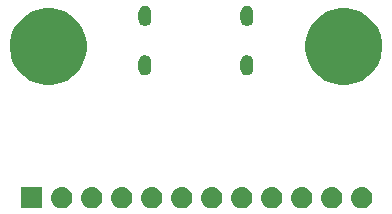
<source format=gbr>
G04 #@! TF.GenerationSoftware,KiCad,Pcbnew,(5.1.2-1)-1*
G04 #@! TF.CreationDate,2020-04-25T00:14:51+02:00*
G04 #@! TF.ProjectId,USB-C-USB-2.0,5553422d-432d-4555-9342-2d322e302e6b,rev?*
G04 #@! TF.SameCoordinates,Original*
G04 #@! TF.FileFunction,Soldermask,Bot*
G04 #@! TF.FilePolarity,Negative*
%FSLAX46Y46*%
G04 Gerber Fmt 4.6, Leading zero omitted, Abs format (unit mm)*
G04 Created by KiCad (PCBNEW (5.1.2-1)-1) date 2020-04-25 00:14:51*
%MOMM*%
%LPD*%
G04 APERTURE LIST*
%ADD10C,0.100000*%
G04 APERTURE END LIST*
D10*
G36*
X68450442Y-76305518D02*
G01*
X68516627Y-76312037D01*
X68686466Y-76363557D01*
X68842991Y-76447222D01*
X68878729Y-76476552D01*
X68980186Y-76559814D01*
X69063448Y-76661271D01*
X69092778Y-76697009D01*
X69176443Y-76853534D01*
X69227963Y-77023373D01*
X69245359Y-77200000D01*
X69227963Y-77376627D01*
X69176443Y-77546466D01*
X69092778Y-77702991D01*
X69063448Y-77738729D01*
X68980186Y-77840186D01*
X68878729Y-77923448D01*
X68842991Y-77952778D01*
X68686466Y-78036443D01*
X68516627Y-78087963D01*
X68450443Y-78094481D01*
X68384260Y-78101000D01*
X68295740Y-78101000D01*
X68229557Y-78094481D01*
X68163373Y-78087963D01*
X67993534Y-78036443D01*
X67837009Y-77952778D01*
X67801271Y-77923448D01*
X67699814Y-77840186D01*
X67616552Y-77738729D01*
X67587222Y-77702991D01*
X67503557Y-77546466D01*
X67452037Y-77376627D01*
X67434641Y-77200000D01*
X67452037Y-77023373D01*
X67503557Y-76853534D01*
X67587222Y-76697009D01*
X67616552Y-76661271D01*
X67699814Y-76559814D01*
X67801271Y-76476552D01*
X67837009Y-76447222D01*
X67993534Y-76363557D01*
X68163373Y-76312037D01*
X68229558Y-76305518D01*
X68295740Y-76299000D01*
X68384260Y-76299000D01*
X68450442Y-76305518D01*
X68450442Y-76305518D01*
G37*
G36*
X65910442Y-76305518D02*
G01*
X65976627Y-76312037D01*
X66146466Y-76363557D01*
X66302991Y-76447222D01*
X66338729Y-76476552D01*
X66440186Y-76559814D01*
X66523448Y-76661271D01*
X66552778Y-76697009D01*
X66636443Y-76853534D01*
X66687963Y-77023373D01*
X66705359Y-77200000D01*
X66687963Y-77376627D01*
X66636443Y-77546466D01*
X66552778Y-77702991D01*
X66523448Y-77738729D01*
X66440186Y-77840186D01*
X66338729Y-77923448D01*
X66302991Y-77952778D01*
X66146466Y-78036443D01*
X65976627Y-78087963D01*
X65910443Y-78094481D01*
X65844260Y-78101000D01*
X65755740Y-78101000D01*
X65689557Y-78094481D01*
X65623373Y-78087963D01*
X65453534Y-78036443D01*
X65297009Y-77952778D01*
X65261271Y-77923448D01*
X65159814Y-77840186D01*
X65076552Y-77738729D01*
X65047222Y-77702991D01*
X64963557Y-77546466D01*
X64912037Y-77376627D01*
X64894641Y-77200000D01*
X64912037Y-77023373D01*
X64963557Y-76853534D01*
X65047222Y-76697009D01*
X65076552Y-76661271D01*
X65159814Y-76559814D01*
X65261271Y-76476552D01*
X65297009Y-76447222D01*
X65453534Y-76363557D01*
X65623373Y-76312037D01*
X65689558Y-76305518D01*
X65755740Y-76299000D01*
X65844260Y-76299000D01*
X65910442Y-76305518D01*
X65910442Y-76305518D01*
G37*
G36*
X63370442Y-76305518D02*
G01*
X63436627Y-76312037D01*
X63606466Y-76363557D01*
X63762991Y-76447222D01*
X63798729Y-76476552D01*
X63900186Y-76559814D01*
X63983448Y-76661271D01*
X64012778Y-76697009D01*
X64096443Y-76853534D01*
X64147963Y-77023373D01*
X64165359Y-77200000D01*
X64147963Y-77376627D01*
X64096443Y-77546466D01*
X64012778Y-77702991D01*
X63983448Y-77738729D01*
X63900186Y-77840186D01*
X63798729Y-77923448D01*
X63762991Y-77952778D01*
X63606466Y-78036443D01*
X63436627Y-78087963D01*
X63370443Y-78094481D01*
X63304260Y-78101000D01*
X63215740Y-78101000D01*
X63149557Y-78094481D01*
X63083373Y-78087963D01*
X62913534Y-78036443D01*
X62757009Y-77952778D01*
X62721271Y-77923448D01*
X62619814Y-77840186D01*
X62536552Y-77738729D01*
X62507222Y-77702991D01*
X62423557Y-77546466D01*
X62372037Y-77376627D01*
X62354641Y-77200000D01*
X62372037Y-77023373D01*
X62423557Y-76853534D01*
X62507222Y-76697009D01*
X62536552Y-76661271D01*
X62619814Y-76559814D01*
X62721271Y-76476552D01*
X62757009Y-76447222D01*
X62913534Y-76363557D01*
X63083373Y-76312037D01*
X63149558Y-76305518D01*
X63215740Y-76299000D01*
X63304260Y-76299000D01*
X63370442Y-76305518D01*
X63370442Y-76305518D01*
G37*
G36*
X60830442Y-76305518D02*
G01*
X60896627Y-76312037D01*
X61066466Y-76363557D01*
X61222991Y-76447222D01*
X61258729Y-76476552D01*
X61360186Y-76559814D01*
X61443448Y-76661271D01*
X61472778Y-76697009D01*
X61556443Y-76853534D01*
X61607963Y-77023373D01*
X61625359Y-77200000D01*
X61607963Y-77376627D01*
X61556443Y-77546466D01*
X61472778Y-77702991D01*
X61443448Y-77738729D01*
X61360186Y-77840186D01*
X61258729Y-77923448D01*
X61222991Y-77952778D01*
X61066466Y-78036443D01*
X60896627Y-78087963D01*
X60830443Y-78094481D01*
X60764260Y-78101000D01*
X60675740Y-78101000D01*
X60609557Y-78094481D01*
X60543373Y-78087963D01*
X60373534Y-78036443D01*
X60217009Y-77952778D01*
X60181271Y-77923448D01*
X60079814Y-77840186D01*
X59996552Y-77738729D01*
X59967222Y-77702991D01*
X59883557Y-77546466D01*
X59832037Y-77376627D01*
X59814641Y-77200000D01*
X59832037Y-77023373D01*
X59883557Y-76853534D01*
X59967222Y-76697009D01*
X59996552Y-76661271D01*
X60079814Y-76559814D01*
X60181271Y-76476552D01*
X60217009Y-76447222D01*
X60373534Y-76363557D01*
X60543373Y-76312037D01*
X60609558Y-76305518D01*
X60675740Y-76299000D01*
X60764260Y-76299000D01*
X60830442Y-76305518D01*
X60830442Y-76305518D01*
G37*
G36*
X58290442Y-76305518D02*
G01*
X58356627Y-76312037D01*
X58526466Y-76363557D01*
X58682991Y-76447222D01*
X58718729Y-76476552D01*
X58820186Y-76559814D01*
X58903448Y-76661271D01*
X58932778Y-76697009D01*
X59016443Y-76853534D01*
X59067963Y-77023373D01*
X59085359Y-77200000D01*
X59067963Y-77376627D01*
X59016443Y-77546466D01*
X58932778Y-77702991D01*
X58903448Y-77738729D01*
X58820186Y-77840186D01*
X58718729Y-77923448D01*
X58682991Y-77952778D01*
X58526466Y-78036443D01*
X58356627Y-78087963D01*
X58290443Y-78094481D01*
X58224260Y-78101000D01*
X58135740Y-78101000D01*
X58069557Y-78094481D01*
X58003373Y-78087963D01*
X57833534Y-78036443D01*
X57677009Y-77952778D01*
X57641271Y-77923448D01*
X57539814Y-77840186D01*
X57456552Y-77738729D01*
X57427222Y-77702991D01*
X57343557Y-77546466D01*
X57292037Y-77376627D01*
X57274641Y-77200000D01*
X57292037Y-77023373D01*
X57343557Y-76853534D01*
X57427222Y-76697009D01*
X57456552Y-76661271D01*
X57539814Y-76559814D01*
X57641271Y-76476552D01*
X57677009Y-76447222D01*
X57833534Y-76363557D01*
X58003373Y-76312037D01*
X58069558Y-76305518D01*
X58135740Y-76299000D01*
X58224260Y-76299000D01*
X58290442Y-76305518D01*
X58290442Y-76305518D01*
G37*
G36*
X55750442Y-76305518D02*
G01*
X55816627Y-76312037D01*
X55986466Y-76363557D01*
X56142991Y-76447222D01*
X56178729Y-76476552D01*
X56280186Y-76559814D01*
X56363448Y-76661271D01*
X56392778Y-76697009D01*
X56476443Y-76853534D01*
X56527963Y-77023373D01*
X56545359Y-77200000D01*
X56527963Y-77376627D01*
X56476443Y-77546466D01*
X56392778Y-77702991D01*
X56363448Y-77738729D01*
X56280186Y-77840186D01*
X56178729Y-77923448D01*
X56142991Y-77952778D01*
X55986466Y-78036443D01*
X55816627Y-78087963D01*
X55750443Y-78094481D01*
X55684260Y-78101000D01*
X55595740Y-78101000D01*
X55529557Y-78094481D01*
X55463373Y-78087963D01*
X55293534Y-78036443D01*
X55137009Y-77952778D01*
X55101271Y-77923448D01*
X54999814Y-77840186D01*
X54916552Y-77738729D01*
X54887222Y-77702991D01*
X54803557Y-77546466D01*
X54752037Y-77376627D01*
X54734641Y-77200000D01*
X54752037Y-77023373D01*
X54803557Y-76853534D01*
X54887222Y-76697009D01*
X54916552Y-76661271D01*
X54999814Y-76559814D01*
X55101271Y-76476552D01*
X55137009Y-76447222D01*
X55293534Y-76363557D01*
X55463373Y-76312037D01*
X55529558Y-76305518D01*
X55595740Y-76299000D01*
X55684260Y-76299000D01*
X55750442Y-76305518D01*
X55750442Y-76305518D01*
G37*
G36*
X53210442Y-76305518D02*
G01*
X53276627Y-76312037D01*
X53446466Y-76363557D01*
X53602991Y-76447222D01*
X53638729Y-76476552D01*
X53740186Y-76559814D01*
X53823448Y-76661271D01*
X53852778Y-76697009D01*
X53936443Y-76853534D01*
X53987963Y-77023373D01*
X54005359Y-77200000D01*
X53987963Y-77376627D01*
X53936443Y-77546466D01*
X53852778Y-77702991D01*
X53823448Y-77738729D01*
X53740186Y-77840186D01*
X53638729Y-77923448D01*
X53602991Y-77952778D01*
X53446466Y-78036443D01*
X53276627Y-78087963D01*
X53210443Y-78094481D01*
X53144260Y-78101000D01*
X53055740Y-78101000D01*
X52989557Y-78094481D01*
X52923373Y-78087963D01*
X52753534Y-78036443D01*
X52597009Y-77952778D01*
X52561271Y-77923448D01*
X52459814Y-77840186D01*
X52376552Y-77738729D01*
X52347222Y-77702991D01*
X52263557Y-77546466D01*
X52212037Y-77376627D01*
X52194641Y-77200000D01*
X52212037Y-77023373D01*
X52263557Y-76853534D01*
X52347222Y-76697009D01*
X52376552Y-76661271D01*
X52459814Y-76559814D01*
X52561271Y-76476552D01*
X52597009Y-76447222D01*
X52753534Y-76363557D01*
X52923373Y-76312037D01*
X52989558Y-76305518D01*
X53055740Y-76299000D01*
X53144260Y-76299000D01*
X53210442Y-76305518D01*
X53210442Y-76305518D01*
G37*
G36*
X50670442Y-76305518D02*
G01*
X50736627Y-76312037D01*
X50906466Y-76363557D01*
X51062991Y-76447222D01*
X51098729Y-76476552D01*
X51200186Y-76559814D01*
X51283448Y-76661271D01*
X51312778Y-76697009D01*
X51396443Y-76853534D01*
X51447963Y-77023373D01*
X51465359Y-77200000D01*
X51447963Y-77376627D01*
X51396443Y-77546466D01*
X51312778Y-77702991D01*
X51283448Y-77738729D01*
X51200186Y-77840186D01*
X51098729Y-77923448D01*
X51062991Y-77952778D01*
X50906466Y-78036443D01*
X50736627Y-78087963D01*
X50670443Y-78094481D01*
X50604260Y-78101000D01*
X50515740Y-78101000D01*
X50449557Y-78094481D01*
X50383373Y-78087963D01*
X50213534Y-78036443D01*
X50057009Y-77952778D01*
X50021271Y-77923448D01*
X49919814Y-77840186D01*
X49836552Y-77738729D01*
X49807222Y-77702991D01*
X49723557Y-77546466D01*
X49672037Y-77376627D01*
X49654641Y-77200000D01*
X49672037Y-77023373D01*
X49723557Y-76853534D01*
X49807222Y-76697009D01*
X49836552Y-76661271D01*
X49919814Y-76559814D01*
X50021271Y-76476552D01*
X50057009Y-76447222D01*
X50213534Y-76363557D01*
X50383373Y-76312037D01*
X50449558Y-76305518D01*
X50515740Y-76299000D01*
X50604260Y-76299000D01*
X50670442Y-76305518D01*
X50670442Y-76305518D01*
G37*
G36*
X48130442Y-76305518D02*
G01*
X48196627Y-76312037D01*
X48366466Y-76363557D01*
X48522991Y-76447222D01*
X48558729Y-76476552D01*
X48660186Y-76559814D01*
X48743448Y-76661271D01*
X48772778Y-76697009D01*
X48856443Y-76853534D01*
X48907963Y-77023373D01*
X48925359Y-77200000D01*
X48907963Y-77376627D01*
X48856443Y-77546466D01*
X48772778Y-77702991D01*
X48743448Y-77738729D01*
X48660186Y-77840186D01*
X48558729Y-77923448D01*
X48522991Y-77952778D01*
X48366466Y-78036443D01*
X48196627Y-78087963D01*
X48130443Y-78094481D01*
X48064260Y-78101000D01*
X47975740Y-78101000D01*
X47909557Y-78094481D01*
X47843373Y-78087963D01*
X47673534Y-78036443D01*
X47517009Y-77952778D01*
X47481271Y-77923448D01*
X47379814Y-77840186D01*
X47296552Y-77738729D01*
X47267222Y-77702991D01*
X47183557Y-77546466D01*
X47132037Y-77376627D01*
X47114641Y-77200000D01*
X47132037Y-77023373D01*
X47183557Y-76853534D01*
X47267222Y-76697009D01*
X47296552Y-76661271D01*
X47379814Y-76559814D01*
X47481271Y-76476552D01*
X47517009Y-76447222D01*
X47673534Y-76363557D01*
X47843373Y-76312037D01*
X47909558Y-76305518D01*
X47975740Y-76299000D01*
X48064260Y-76299000D01*
X48130442Y-76305518D01*
X48130442Y-76305518D01*
G37*
G36*
X45590442Y-76305518D02*
G01*
X45656627Y-76312037D01*
X45826466Y-76363557D01*
X45982991Y-76447222D01*
X46018729Y-76476552D01*
X46120186Y-76559814D01*
X46203448Y-76661271D01*
X46232778Y-76697009D01*
X46316443Y-76853534D01*
X46367963Y-77023373D01*
X46385359Y-77200000D01*
X46367963Y-77376627D01*
X46316443Y-77546466D01*
X46232778Y-77702991D01*
X46203448Y-77738729D01*
X46120186Y-77840186D01*
X46018729Y-77923448D01*
X45982991Y-77952778D01*
X45826466Y-78036443D01*
X45656627Y-78087963D01*
X45590443Y-78094481D01*
X45524260Y-78101000D01*
X45435740Y-78101000D01*
X45369557Y-78094481D01*
X45303373Y-78087963D01*
X45133534Y-78036443D01*
X44977009Y-77952778D01*
X44941271Y-77923448D01*
X44839814Y-77840186D01*
X44756552Y-77738729D01*
X44727222Y-77702991D01*
X44643557Y-77546466D01*
X44592037Y-77376627D01*
X44574641Y-77200000D01*
X44592037Y-77023373D01*
X44643557Y-76853534D01*
X44727222Y-76697009D01*
X44756552Y-76661271D01*
X44839814Y-76559814D01*
X44941271Y-76476552D01*
X44977009Y-76447222D01*
X45133534Y-76363557D01*
X45303373Y-76312037D01*
X45369558Y-76305518D01*
X45435740Y-76299000D01*
X45524260Y-76299000D01*
X45590442Y-76305518D01*
X45590442Y-76305518D01*
G37*
G36*
X43050442Y-76305518D02*
G01*
X43116627Y-76312037D01*
X43286466Y-76363557D01*
X43442991Y-76447222D01*
X43478729Y-76476552D01*
X43580186Y-76559814D01*
X43663448Y-76661271D01*
X43692778Y-76697009D01*
X43776443Y-76853534D01*
X43827963Y-77023373D01*
X43845359Y-77200000D01*
X43827963Y-77376627D01*
X43776443Y-77546466D01*
X43692778Y-77702991D01*
X43663448Y-77738729D01*
X43580186Y-77840186D01*
X43478729Y-77923448D01*
X43442991Y-77952778D01*
X43286466Y-78036443D01*
X43116627Y-78087963D01*
X43050443Y-78094481D01*
X42984260Y-78101000D01*
X42895740Y-78101000D01*
X42829557Y-78094481D01*
X42763373Y-78087963D01*
X42593534Y-78036443D01*
X42437009Y-77952778D01*
X42401271Y-77923448D01*
X42299814Y-77840186D01*
X42216552Y-77738729D01*
X42187222Y-77702991D01*
X42103557Y-77546466D01*
X42052037Y-77376627D01*
X42034641Y-77200000D01*
X42052037Y-77023373D01*
X42103557Y-76853534D01*
X42187222Y-76697009D01*
X42216552Y-76661271D01*
X42299814Y-76559814D01*
X42401271Y-76476552D01*
X42437009Y-76447222D01*
X42593534Y-76363557D01*
X42763373Y-76312037D01*
X42829558Y-76305518D01*
X42895740Y-76299000D01*
X42984260Y-76299000D01*
X43050442Y-76305518D01*
X43050442Y-76305518D01*
G37*
G36*
X41301000Y-78101000D02*
G01*
X39499000Y-78101000D01*
X39499000Y-76299000D01*
X41301000Y-76299000D01*
X41301000Y-78101000D01*
X41301000Y-78101000D01*
G37*
G36*
X42434239Y-61211467D02*
G01*
X42748282Y-61273934D01*
X43339926Y-61519001D01*
X43629523Y-61712504D01*
X43872391Y-61874783D01*
X44325217Y-62327609D01*
X44383909Y-62415448D01*
X44680999Y-62860074D01*
X44926066Y-63451718D01*
X44926066Y-63451719D01*
X45051000Y-64079803D01*
X45051000Y-64720197D01*
X44988533Y-65034239D01*
X44926066Y-65348282D01*
X44680999Y-65939926D01*
X44457871Y-66273860D01*
X44381943Y-66387495D01*
X44325216Y-66472392D01*
X43872392Y-66925216D01*
X43339926Y-67280999D01*
X42748282Y-67526066D01*
X42434239Y-67588533D01*
X42120197Y-67651000D01*
X41479803Y-67651000D01*
X41165761Y-67588533D01*
X40851718Y-67526066D01*
X40260074Y-67280999D01*
X39727608Y-66925216D01*
X39274784Y-66472392D01*
X39218058Y-66387495D01*
X39142129Y-66273860D01*
X38919001Y-65939926D01*
X38673934Y-65348282D01*
X38611467Y-65034239D01*
X38549000Y-64720197D01*
X38549000Y-64079803D01*
X38673934Y-63451719D01*
X38673934Y-63451718D01*
X38919001Y-62860074D01*
X39216091Y-62415448D01*
X39274783Y-62327609D01*
X39727609Y-61874783D01*
X39970477Y-61712504D01*
X40260074Y-61519001D01*
X40851718Y-61273934D01*
X41165761Y-61211467D01*
X41479803Y-61149000D01*
X42120197Y-61149000D01*
X42434239Y-61211467D01*
X42434239Y-61211467D01*
G37*
G36*
X67434239Y-61211467D02*
G01*
X67748282Y-61273934D01*
X68339926Y-61519001D01*
X68629523Y-61712504D01*
X68872391Y-61874783D01*
X69325217Y-62327609D01*
X69383909Y-62415448D01*
X69680999Y-62860074D01*
X69926066Y-63451718D01*
X69926066Y-63451719D01*
X70051000Y-64079803D01*
X70051000Y-64720197D01*
X69988533Y-65034239D01*
X69926066Y-65348282D01*
X69680999Y-65939926D01*
X69457871Y-66273860D01*
X69381943Y-66387495D01*
X69325216Y-66472392D01*
X68872392Y-66925216D01*
X68339926Y-67280999D01*
X67748282Y-67526066D01*
X67434239Y-67588533D01*
X67120197Y-67651000D01*
X66479803Y-67651000D01*
X66165761Y-67588533D01*
X65851718Y-67526066D01*
X65260074Y-67280999D01*
X64727608Y-66925216D01*
X64274784Y-66472392D01*
X64218058Y-66387495D01*
X64142129Y-66273860D01*
X63919001Y-65939926D01*
X63673934Y-65348282D01*
X63611467Y-65034239D01*
X63549000Y-64720197D01*
X63549000Y-64079803D01*
X63673934Y-63451719D01*
X63673934Y-63451718D01*
X63919001Y-62860074D01*
X64216091Y-62415448D01*
X64274783Y-62327609D01*
X64727609Y-61874783D01*
X64970477Y-61712504D01*
X65260074Y-61519001D01*
X65851718Y-61273934D01*
X66165761Y-61211467D01*
X66479803Y-61149000D01*
X67120197Y-61149000D01*
X67434239Y-61211467D01*
X67434239Y-61211467D01*
G37*
G36*
X50087496Y-65139587D02*
G01*
X50190860Y-65170942D01*
X50286120Y-65221860D01*
X50369617Y-65290384D01*
X50438141Y-65373881D01*
X50489059Y-65469141D01*
X50520414Y-65572505D01*
X50531001Y-65680000D01*
X50531001Y-66280000D01*
X50520414Y-66387495D01*
X50489059Y-66490859D01*
X50438141Y-66586119D01*
X50369617Y-66669616D01*
X50286120Y-66738140D01*
X50190860Y-66789058D01*
X50087496Y-66820413D01*
X49980001Y-66831000D01*
X49979999Y-66831000D01*
X49872504Y-66820413D01*
X49769140Y-66789058D01*
X49673880Y-66738140D01*
X49590383Y-66669616D01*
X49521859Y-66586119D01*
X49470941Y-66490859D01*
X49439586Y-66387495D01*
X49428999Y-66280000D01*
X49428999Y-65680000D01*
X49439586Y-65572505D01*
X49470941Y-65469141D01*
X49521859Y-65373881D01*
X49590383Y-65290384D01*
X49673880Y-65221860D01*
X49769140Y-65170942D01*
X49872504Y-65139587D01*
X49979999Y-65129000D01*
X49980001Y-65129000D01*
X50087496Y-65139587D01*
X50087496Y-65139587D01*
G37*
G36*
X58727496Y-65139587D02*
G01*
X58830860Y-65170942D01*
X58926120Y-65221860D01*
X59009617Y-65290384D01*
X59078141Y-65373881D01*
X59129059Y-65469141D01*
X59160414Y-65572505D01*
X59171001Y-65680000D01*
X59171001Y-66280000D01*
X59160414Y-66387495D01*
X59129059Y-66490859D01*
X59078141Y-66586119D01*
X59009617Y-66669616D01*
X58926120Y-66738140D01*
X58830860Y-66789058D01*
X58727496Y-66820413D01*
X58620001Y-66831000D01*
X58619999Y-66831000D01*
X58512504Y-66820413D01*
X58409140Y-66789058D01*
X58313880Y-66738140D01*
X58230383Y-66669616D01*
X58161859Y-66586119D01*
X58110941Y-66490859D01*
X58079586Y-66387495D01*
X58068999Y-66280000D01*
X58068999Y-65680000D01*
X58079586Y-65572505D01*
X58110941Y-65469141D01*
X58161859Y-65373881D01*
X58230383Y-65290384D01*
X58313880Y-65221860D01*
X58409140Y-65170942D01*
X58512504Y-65139587D01*
X58619999Y-65129000D01*
X58620001Y-65129000D01*
X58727496Y-65139587D01*
X58727496Y-65139587D01*
G37*
G36*
X58727496Y-60959587D02*
G01*
X58830860Y-60990942D01*
X58926120Y-61041860D01*
X59009617Y-61110384D01*
X59078141Y-61193881D01*
X59129059Y-61289141D01*
X59160414Y-61392505D01*
X59171001Y-61500000D01*
X59171001Y-62100000D01*
X59160414Y-62207495D01*
X59129059Y-62310859D01*
X59078141Y-62406119D01*
X59009617Y-62489616D01*
X58926120Y-62558140D01*
X58830860Y-62609058D01*
X58727496Y-62640413D01*
X58620001Y-62651000D01*
X58619999Y-62651000D01*
X58512504Y-62640413D01*
X58409140Y-62609058D01*
X58313880Y-62558140D01*
X58230383Y-62489616D01*
X58161859Y-62406119D01*
X58110941Y-62310859D01*
X58079586Y-62207495D01*
X58068999Y-62100000D01*
X58068999Y-61500000D01*
X58079586Y-61392505D01*
X58110941Y-61289141D01*
X58161859Y-61193881D01*
X58230383Y-61110384D01*
X58313880Y-61041860D01*
X58409140Y-60990942D01*
X58512504Y-60959587D01*
X58619999Y-60949000D01*
X58620001Y-60949000D01*
X58727496Y-60959587D01*
X58727496Y-60959587D01*
G37*
G36*
X50087496Y-60959587D02*
G01*
X50190860Y-60990942D01*
X50286120Y-61041860D01*
X50369617Y-61110384D01*
X50438141Y-61193881D01*
X50489059Y-61289141D01*
X50520414Y-61392505D01*
X50531001Y-61500000D01*
X50531001Y-62100000D01*
X50520414Y-62207495D01*
X50489059Y-62310859D01*
X50438141Y-62406119D01*
X50369617Y-62489616D01*
X50286120Y-62558140D01*
X50190860Y-62609058D01*
X50087496Y-62640413D01*
X49980001Y-62651000D01*
X49979999Y-62651000D01*
X49872504Y-62640413D01*
X49769140Y-62609058D01*
X49673880Y-62558140D01*
X49590383Y-62489616D01*
X49521859Y-62406119D01*
X49470941Y-62310859D01*
X49439586Y-62207495D01*
X49428999Y-62100000D01*
X49428999Y-61500000D01*
X49439586Y-61392505D01*
X49470941Y-61289141D01*
X49521859Y-61193881D01*
X49590383Y-61110384D01*
X49673880Y-61041860D01*
X49769140Y-60990942D01*
X49872504Y-60959587D01*
X49979999Y-60949000D01*
X49980001Y-60949000D01*
X50087496Y-60959587D01*
X50087496Y-60959587D01*
G37*
M02*

</source>
